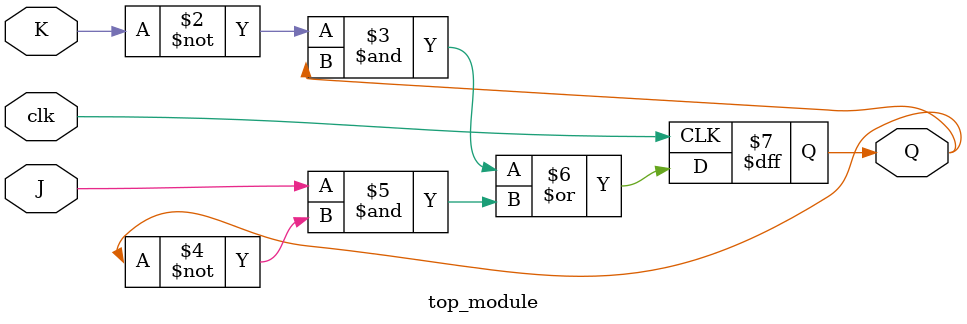
<source format=v>
module top_module (
    input J, K, clk,
    output reg Q
);

always @(posedge clk)
begin
     Q <= (~K & Q) | (J & ~Q);
end

endmodule

</source>
